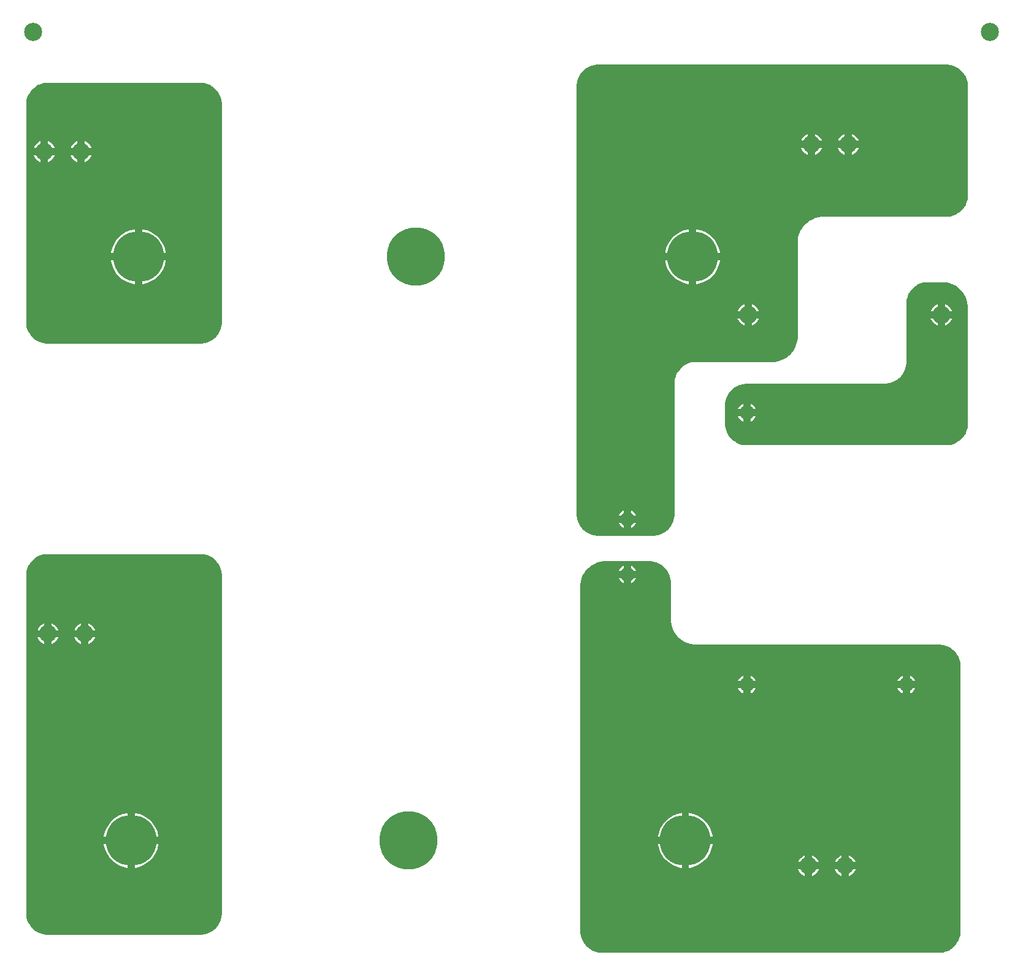
<source format=gtl>
G04 Layer_Physical_Order=1*
G04 Layer_Color=255*
%FSLAX44Y44*%
%MOMM*%
G71*
G01*
G75*
%ADD10C,2.0000*%
%ADD11C,2.0320*%
%ADD12C,2.5000*%
%ADD13C,2.4130*%
%ADD14C,7.0000*%
%ADD15C,8.0000*%
%ADD16C,1.2000*%
G36*
X870000Y790000D02*
X870000Y790000D01*
X871966Y790000D01*
X875865Y789487D01*
X879664Y788469D01*
X883297Y786964D01*
X886703Y784998D01*
X889823Y782604D01*
X892604Y779823D01*
X894998Y776703D01*
X896964Y773297D01*
X898469Y769664D01*
X899487Y765865D01*
X900000Y761966D01*
Y760000D01*
Y710000D01*
X900075Y707711D01*
X900673Y703172D01*
X901858Y698749D01*
X903609Y694520D01*
X905899Y690555D01*
X908686Y686923D01*
X911923Y683686D01*
X915555Y680899D01*
X919520Y678609D01*
X923750Y676857D01*
X928172Y675673D01*
X932711Y675075D01*
X935000Y675000D01*
X1269999Y675000D01*
X1270000Y675000D01*
X1270000Y675000D01*
X1271966Y675000D01*
X1275865Y674486D01*
X1279664Y673469D01*
X1283297Y671964D01*
X1286703Y669997D01*
X1289823Y667604D01*
X1292603Y664823D01*
X1294998Y661703D01*
X1296964Y658297D01*
X1298469Y654664D01*
X1299487Y650865D01*
X1300000Y646966D01*
X1300000Y645000D01*
X1300000Y280000D01*
X1300000Y280000D01*
X1300000Y278033D01*
X1299486Y274135D01*
X1298469Y270336D01*
X1296964Y266703D01*
X1294997Y263297D01*
X1292603Y260177D01*
X1289823Y257396D01*
X1286703Y255002D01*
X1283297Y253036D01*
X1279664Y251531D01*
X1275865Y250513D01*
X1271966Y250000D01*
X1270000Y250000D01*
X805000D01*
X805000Y250000D01*
X803034D01*
X799135Y250513D01*
X795336Y251531D01*
X791703Y253036D01*
X788297Y255002D01*
X785177Y257396D01*
X782396Y260177D01*
X780002Y263297D01*
X778036Y266703D01*
X776531Y270336D01*
X775513Y274135D01*
X775000Y278034D01*
X775000Y280000D01*
Y755000D01*
X775000Y755000D01*
X775000Y755000D01*
X775000Y757294D01*
X775599Y761843D01*
X776786Y766274D01*
X778542Y770513D01*
X780836Y774487D01*
X783629Y778127D01*
X786873Y781371D01*
X790513Y784164D01*
X794487Y786458D01*
X798726Y788214D01*
X803157Y789401D01*
X807706Y790000D01*
X810000Y790000D01*
X870000Y790000D01*
X870000Y790000D01*
D02*
G37*
G36*
X40000Y1450000D02*
X250000D01*
X250000Y1450000D01*
X250000Y1450000D01*
X251966Y1450000D01*
X255865Y1449487D01*
X259664Y1448469D01*
X263297Y1446964D01*
X266703Y1444998D01*
X269823Y1442603D01*
X272603Y1439823D01*
X274998Y1436703D01*
X276964Y1433297D01*
X278469Y1429664D01*
X279487Y1425865D01*
X280000Y1421966D01*
Y1420000D01*
X280000Y1120000D01*
X280000Y1120000D01*
X280000Y1118034D01*
X279487Y1114135D01*
X278469Y1110336D01*
X276964Y1106703D01*
X274997Y1103297D01*
X272603Y1100177D01*
X269823Y1097396D01*
X266703Y1095002D01*
X263297Y1093036D01*
X259664Y1091531D01*
X255865Y1090513D01*
X251966Y1090000D01*
X250000Y1090000D01*
X40000Y1090000D01*
X40000Y1090000D01*
X38034D01*
X34135Y1090513D01*
X30336Y1091531D01*
X26703Y1093036D01*
X23297Y1095002D01*
X20177Y1097396D01*
X17396Y1100177D01*
X15002Y1103297D01*
X13036Y1106703D01*
X11531Y1110336D01*
X10513Y1114135D01*
X10000Y1118034D01*
Y1120000D01*
X10000Y1418804D01*
X10000Y1420000D01*
X10000Y1420000D01*
X10000Y1420000D01*
X10000Y1420000D01*
X10000Y1421966D01*
X10513Y1425865D01*
X11531Y1429664D01*
X13036Y1433297D01*
X15002Y1436703D01*
X17396Y1439823D01*
X20177Y1442604D01*
X23297Y1444998D01*
X26703Y1446964D01*
X30336Y1448469D01*
X34135Y1449487D01*
X38034Y1450000D01*
X40000Y1450000D01*
D02*
G37*
G36*
X1275000Y1175000D02*
X1275000Y1175000D01*
X1277294Y1175000D01*
X1281843Y1174401D01*
X1286274Y1173214D01*
X1290513Y1171458D01*
X1294487Y1169164D01*
X1298127Y1166371D01*
X1301371Y1163127D01*
X1304164Y1159487D01*
X1306458Y1155513D01*
X1308214Y1151274D01*
X1309401Y1146843D01*
X1310000Y1142294D01*
X1310000Y1140000D01*
X1310000Y980000D01*
X1310000Y980000D01*
Y978034D01*
X1309487Y974135D01*
X1308469Y970336D01*
X1306964Y966703D01*
X1304997Y963297D01*
X1302603Y960177D01*
X1299823Y957396D01*
X1296703Y955002D01*
X1293297Y953036D01*
X1289664Y951531D01*
X1285865Y950513D01*
X1281966Y950000D01*
X1005000D01*
X1005000Y950000D01*
X1003034Y950000D01*
X999135Y950513D01*
X995336Y951531D01*
X991703Y953036D01*
X988297Y955002D01*
X985177Y957396D01*
X982396Y960177D01*
X980002Y963297D01*
X978036Y966703D01*
X976531Y970336D01*
X975513Y974135D01*
X975000Y978034D01*
Y980000D01*
X975000Y1005000D01*
X975000Y1005000D01*
X975000Y1005000D01*
X975000Y1006966D01*
X975513Y1010865D01*
X976531Y1014664D01*
X978036Y1018297D01*
X980002Y1021703D01*
X982396Y1024823D01*
X985177Y1027604D01*
X988297Y1029997D01*
X991703Y1031964D01*
X995336Y1033469D01*
X999135Y1034487D01*
X1003034Y1035000D01*
X1005000D01*
X1193799Y1035000D01*
X1195000Y1035000D01*
X1195000Y1035000D01*
X1195000Y1035000D01*
X1196962Y1035064D01*
X1200853Y1035576D01*
X1204643Y1036592D01*
X1208269Y1038094D01*
X1211667Y1040056D01*
X1214780Y1042445D01*
X1217555Y1045220D01*
X1219944Y1048333D01*
X1221906Y1051731D01*
X1223408Y1055357D01*
X1224424Y1059147D01*
X1224936Y1063038D01*
X1225000Y1065000D01*
Y1145000D01*
X1225000Y1146966D01*
X1225513Y1150865D01*
X1226531Y1154664D01*
X1228036Y1158297D01*
X1230002Y1161703D01*
X1232396Y1164823D01*
X1235177Y1167604D01*
X1238297Y1169998D01*
X1241703Y1171964D01*
X1245336Y1173469D01*
X1249135Y1174487D01*
X1253034Y1175000D01*
X1255000Y1175000D01*
X1275000Y1175000D01*
X1275000Y1175000D01*
D02*
G37*
G36*
X1280000Y1475000D02*
X1280000Y1475000D01*
X1281966Y1475000D01*
X1285865Y1474487D01*
X1289664Y1473469D01*
X1293297Y1471964D01*
X1296703Y1469998D01*
X1299823Y1467604D01*
X1302604Y1464823D01*
X1304998Y1461703D01*
X1306964Y1458297D01*
X1308469Y1454664D01*
X1309487Y1450865D01*
X1310000Y1446966D01*
X1310000Y1445000D01*
X1310000Y1295000D01*
X1310000Y1295000D01*
Y1293034D01*
X1309487Y1289135D01*
X1308469Y1285336D01*
X1306964Y1281703D01*
X1304998Y1278297D01*
X1302603Y1275177D01*
X1299823Y1272396D01*
X1296703Y1270002D01*
X1293297Y1268036D01*
X1289664Y1266531D01*
X1285865Y1265513D01*
X1281966Y1265000D01*
X1280000D01*
X1110000Y1265000D01*
X1110000Y1265000D01*
X1107711Y1264925D01*
X1103172Y1264327D01*
X1098749Y1263142D01*
X1094520Y1261390D01*
X1090555Y1259101D01*
X1086923Y1256314D01*
X1083685Y1253077D01*
X1080898Y1249445D01*
X1078609Y1245480D01*
X1076857Y1241250D01*
X1075672Y1236828D01*
X1075075Y1232289D01*
X1075000Y1230000D01*
X1075000Y1100001D01*
X1075000Y1100001D01*
X1075000Y1097707D01*
X1074401Y1093158D01*
X1073213Y1088726D01*
X1071458Y1084487D01*
X1069164Y1080514D01*
X1066371Y1076873D01*
X1063126Y1073629D01*
X1059486Y1070836D01*
X1055513Y1068542D01*
X1051274Y1066786D01*
X1046842Y1065599D01*
X1042293Y1065000D01*
X1039999Y1065000D01*
X935000D01*
X934999Y1064999D01*
X933037Y1064935D01*
X929147Y1064423D01*
X925357Y1063407D01*
X921731Y1061906D01*
X918333Y1059944D01*
X915219Y1057555D01*
X912445Y1054780D01*
X910056Y1051667D01*
X908094Y1048269D01*
X906592Y1044643D01*
X905576Y1040853D01*
X905064Y1036962D01*
X905000Y1035000D01*
X905000Y855000D01*
X904999Y854999D01*
Y853033D01*
X904486Y849134D01*
X903468Y845336D01*
X901963Y841702D01*
X899997Y838297D01*
X897603Y835177D01*
X894822Y832396D01*
X891703Y830002D01*
X888297Y828036D01*
X884664Y826531D01*
X880865Y825513D01*
X876966Y825000D01*
X875000D01*
X800000Y825000D01*
X798033Y825000D01*
X794134Y825513D01*
X790336Y826531D01*
X786702Y828036D01*
X783297Y830002D01*
X780177Y832396D01*
X777396Y835177D01*
X775002Y838297D01*
X773036Y841703D01*
X771531Y845336D01*
X770513Y849135D01*
X770000Y853034D01*
X770000Y855000D01*
X770000Y1445000D01*
X770000Y1446966D01*
X770513Y1450865D01*
X771531Y1454664D01*
X773036Y1458297D01*
X775002Y1461703D01*
X777396Y1464823D01*
X780177Y1467603D01*
X783297Y1469998D01*
X786703Y1471964D01*
X790336Y1473469D01*
X794135Y1474487D01*
X798034Y1475000D01*
X800000Y1475000D01*
X1280000Y1475000D01*
X1280000Y1475000D01*
D02*
G37*
G36*
X40000Y800000D02*
X250000Y800000D01*
X250000Y800000D01*
X250000Y800000D01*
X251966Y800000D01*
X255865Y799487D01*
X259664Y798469D01*
X263297Y796964D01*
X266703Y794998D01*
X269823Y792604D01*
X272603Y789823D01*
X274998Y786703D01*
X276964Y783297D01*
X278469Y779664D01*
X279487Y775865D01*
X280000Y771966D01*
X280000Y770000D01*
X280000Y305000D01*
X280000Y305000D01*
X280000Y303034D01*
X279487Y299135D01*
X278469Y295336D01*
X276964Y291703D01*
X274998Y288297D01*
X272603Y285177D01*
X269823Y282396D01*
X266703Y280002D01*
X263297Y278036D01*
X259664Y276531D01*
X255865Y275513D01*
X251966Y275000D01*
X250000D01*
X40000Y275000D01*
Y275000D01*
X38034Y275000D01*
X34135Y275513D01*
X30336Y276531D01*
X26703Y278036D01*
X23297Y280002D01*
X20177Y282396D01*
X17396Y285177D01*
X15002Y288297D01*
X13036Y291703D01*
X11531Y295336D01*
X10513Y299135D01*
X10000Y303034D01*
X10000Y305000D01*
Y770000D01*
X10000Y770000D01*
X10000Y770000D01*
X10000Y771966D01*
X10513Y775865D01*
X11531Y779664D01*
X13036Y783297D01*
X15002Y786703D01*
X17396Y789823D01*
X20177Y792604D01*
X23297Y794998D01*
X26703Y796964D01*
X30336Y798469D01*
X34135Y799487D01*
X38034Y800000D01*
X40000Y800000D01*
D02*
G37*
%LPC*%
G36*
X1010000Y632173D02*
Y625000D01*
X1017173D01*
X1016495Y626637D01*
X1014386Y629386D01*
X1011637Y631495D01*
X1010000Y632173D01*
D02*
G37*
G36*
X1000000Y632173D02*
X998363Y631495D01*
X995614Y629386D01*
X993505Y626637D01*
X992827Y625000D01*
X1000000D01*
Y632173D01*
D02*
G37*
G36*
X1230000Y632173D02*
Y625000D01*
X1237173D01*
X1236495Y626637D01*
X1234386Y629386D01*
X1231637Y631495D01*
X1230000Y632173D01*
D02*
G37*
G36*
X1220000Y632173D02*
X1218363Y631495D01*
X1215614Y629386D01*
X1213505Y626637D01*
X1212827Y625000D01*
X1220000D01*
Y632173D01*
D02*
G37*
G36*
X835000Y783900D02*
X833444Y783255D01*
X830728Y781172D01*
X828644Y778456D01*
X828000Y776900D01*
X835000D01*
Y783900D01*
D02*
G37*
G36*
Y766900D02*
X828000D01*
X828644Y765344D01*
X830728Y762628D01*
X833444Y760545D01*
X835000Y759900D01*
Y766900D01*
D02*
G37*
G36*
X845000Y783900D02*
Y776900D01*
X852000D01*
X851356Y778456D01*
X849272Y781172D01*
X846556Y783255D01*
X845000Y783900D01*
D02*
G37*
G36*
X852000Y766900D02*
X845000D01*
Y759900D01*
X846556Y760545D01*
X849272Y762628D01*
X851356Y765344D01*
X852000Y766900D01*
D02*
G37*
G36*
X1220000Y615000D02*
X1212827D01*
X1213505Y613363D01*
X1215614Y610614D01*
X1218363Y608505D01*
X1220000Y607827D01*
Y615000D01*
D02*
G37*
G36*
X915000Y400000D02*
X882276D01*
X882352Y399037D01*
X883748Y393221D01*
X886037Y387695D01*
X889162Y382595D01*
X893047Y378047D01*
X897595Y374162D01*
X902695Y371037D01*
X908221Y368748D01*
X914037Y367352D01*
X915000Y367276D01*
Y400000D01*
D02*
G37*
G36*
X1085000Y384226D02*
X1084207Y383986D01*
X1081590Y382587D01*
X1079296Y380704D01*
X1077413Y378410D01*
X1076014Y375793D01*
X1075774Y375000D01*
X1085000D01*
Y384226D01*
D02*
G37*
G36*
X957724Y400000D02*
X925000D01*
Y367276D01*
X925963Y367352D01*
X931779Y368748D01*
X937305Y371037D01*
X942405Y374162D01*
X946953Y378047D01*
X950838Y382595D01*
X953963Y387695D01*
X956252Y393221D01*
X957648Y399037D01*
X957724Y400000D01*
D02*
G37*
G36*
X1155026Y365000D02*
X1145800D01*
Y355774D01*
X1146593Y356014D01*
X1149210Y357413D01*
X1151504Y359296D01*
X1153387Y361590D01*
X1154786Y364207D01*
X1155026Y365000D01*
D02*
G37*
G36*
X1104226D02*
X1095000D01*
Y355774D01*
X1095793Y356014D01*
X1098410Y357413D01*
X1100704Y359296D01*
X1102587Y361590D01*
X1103986Y364207D01*
X1104226Y365000D01*
D02*
G37*
G36*
X1135800D02*
X1126574D01*
X1126814Y364207D01*
X1128213Y361590D01*
X1130096Y359296D01*
X1132390Y357413D01*
X1135007Y356014D01*
X1135800Y355774D01*
Y365000D01*
D02*
G37*
G36*
X1085000D02*
X1075774D01*
X1076014Y364207D01*
X1077413Y361590D01*
X1079296Y359296D01*
X1081590Y357413D01*
X1084207Y356014D01*
X1085000Y355774D01*
Y365000D01*
D02*
G37*
G36*
X1135800Y384226D02*
X1135007Y383986D01*
X1132390Y382587D01*
X1130096Y380704D01*
X1128213Y378410D01*
X1126814Y375793D01*
X1126574Y375000D01*
X1135800D01*
Y384226D01*
D02*
G37*
G36*
X1237173Y615000D02*
X1230000D01*
Y607827D01*
X1231637Y608505D01*
X1234386Y610614D01*
X1236495Y613363D01*
X1237173Y615000D01*
D02*
G37*
G36*
X925000Y442724D02*
Y410000D01*
X957724D01*
X957648Y410963D01*
X956252Y416779D01*
X953963Y422305D01*
X950838Y427405D01*
X946953Y431953D01*
X942405Y435838D01*
X937305Y438963D01*
X931779Y441252D01*
X925963Y442648D01*
X925000Y442724D01*
D02*
G37*
G36*
X1000000Y615000D02*
X992827D01*
X993505Y613363D01*
X995614Y610614D01*
X998363Y608505D01*
X1000000Y607827D01*
Y615000D01*
D02*
G37*
G36*
X1017173D02*
X1010000D01*
Y607827D01*
X1011637Y608505D01*
X1014386Y610614D01*
X1016495Y613363D01*
X1017173Y615000D01*
D02*
G37*
G36*
X1145800Y384226D02*
Y375000D01*
X1155026D01*
X1154786Y375793D01*
X1153387Y378410D01*
X1151504Y380704D01*
X1149210Y382587D01*
X1146593Y383986D01*
X1145800Y384226D01*
D02*
G37*
G36*
X1095000D02*
Y375000D01*
X1104226D01*
X1103986Y375793D01*
X1102587Y378410D01*
X1100704Y380704D01*
X1098410Y382587D01*
X1095793Y383986D01*
X1095000Y384226D01*
D02*
G37*
G36*
X915000Y442724D02*
X914037Y442648D01*
X908221Y441252D01*
X902695Y438963D01*
X897595Y435838D01*
X893047Y431953D01*
X889162Y427405D01*
X886037Y422305D01*
X883748Y416779D01*
X882352Y410963D01*
X882276Y410000D01*
X915000D01*
Y442724D01*
D02*
G37*
G36*
X100026Y1350000D02*
X90800D01*
Y1340774D01*
X91593Y1341014D01*
X94210Y1342413D01*
X96504Y1344296D01*
X98387Y1346590D01*
X99786Y1349207D01*
X100026Y1350000D01*
D02*
G37*
G36*
X49226D02*
X40000D01*
Y1340774D01*
X40793Y1341014D01*
X43410Y1342413D01*
X45704Y1344296D01*
X47587Y1346590D01*
X48986Y1349207D01*
X49226Y1350000D01*
D02*
G37*
G36*
X80800D02*
X71574D01*
X71814Y1349207D01*
X73213Y1346590D01*
X75096Y1344296D01*
X77390Y1342413D01*
X80007Y1341014D01*
X80800Y1340774D01*
Y1350000D01*
D02*
G37*
G36*
X170000Y1247724D02*
Y1215000D01*
X202724D01*
X202648Y1215963D01*
X201252Y1221779D01*
X198963Y1227305D01*
X195838Y1232405D01*
X191953Y1236953D01*
X187405Y1240838D01*
X182305Y1243963D01*
X176779Y1246252D01*
X170963Y1247648D01*
X170000Y1247724D01*
D02*
G37*
G36*
X30000Y1350000D02*
X20774D01*
X21014Y1349207D01*
X22413Y1346590D01*
X24296Y1344296D01*
X26590Y1342413D01*
X29207Y1341014D01*
X30000Y1340774D01*
Y1350000D01*
D02*
G37*
G36*
X90800Y1369226D02*
Y1360000D01*
X100026D01*
X99786Y1360793D01*
X98387Y1363410D01*
X96504Y1365704D01*
X94210Y1367587D01*
X91593Y1368986D01*
X90800Y1369226D01*
D02*
G37*
G36*
X30000D02*
X29207Y1368986D01*
X26590Y1367587D01*
X24296Y1365704D01*
X22413Y1363410D01*
X21014Y1360793D01*
X20774Y1360000D01*
X30000D01*
Y1369226D01*
D02*
G37*
G36*
X40000D02*
Y1360000D01*
X49226D01*
X48986Y1360793D01*
X47587Y1363410D01*
X45704Y1365704D01*
X43410Y1367587D01*
X40793Y1368986D01*
X40000Y1369226D01*
D02*
G37*
G36*
X80800D02*
X80007Y1368986D01*
X77390Y1367587D01*
X75096Y1365704D01*
X73213Y1363410D01*
X71814Y1360793D01*
X71574Y1360000D01*
X80800D01*
Y1369226D01*
D02*
G37*
G36*
X160000Y1247724D02*
X159037Y1247648D01*
X153221Y1246252D01*
X147695Y1243963D01*
X142595Y1240838D01*
X138047Y1236953D01*
X134162Y1232405D01*
X131037Y1227305D01*
X128748Y1221779D01*
X127352Y1215963D01*
X127276Y1215000D01*
X160000D01*
Y1247724D01*
D02*
G37*
G36*
X202724Y1205000D02*
X170000D01*
Y1172276D01*
X170963Y1172352D01*
X176779Y1173748D01*
X182305Y1176037D01*
X187405Y1179162D01*
X191953Y1183047D01*
X195838Y1187595D01*
X198963Y1192695D01*
X201252Y1198221D01*
X202648Y1204037D01*
X202724Y1205000D01*
D02*
G37*
G36*
X160000D02*
X127276D01*
X127352Y1204037D01*
X128748Y1198221D01*
X131037Y1192695D01*
X134162Y1187595D01*
X138047Y1183047D01*
X142595Y1179162D01*
X147695Y1176037D01*
X153221Y1173748D01*
X159037Y1172352D01*
X160000Y1172276D01*
Y1205000D01*
D02*
G37*
G36*
X1010000Y1007173D02*
Y1000000D01*
X1017173D01*
X1016495Y1001637D01*
X1014386Y1004386D01*
X1011637Y1006495D01*
X1010000Y1007173D01*
D02*
G37*
G36*
X1000000Y1007173D02*
X998363Y1006495D01*
X995614Y1004386D01*
X993505Y1001637D01*
X992827Y1000000D01*
X1000000D01*
Y1007173D01*
D02*
G37*
G36*
X1288031Y1125000D02*
X1278350D01*
Y1115319D01*
X1279310Y1115611D01*
X1282003Y1117050D01*
X1284363Y1118987D01*
X1286300Y1121347D01*
X1287739Y1124040D01*
X1288031Y1125000D01*
D02*
G37*
G36*
X1000000Y990000D02*
X992827D01*
X993505Y988363D01*
X995614Y985614D01*
X998363Y983505D01*
X1000000Y982827D01*
Y990000D01*
D02*
G37*
G36*
X1017173D02*
X1010000D01*
Y982827D01*
X1011637Y983505D01*
X1014386Y985614D01*
X1016495Y988363D01*
X1017173Y990000D01*
D02*
G37*
G36*
X1278350Y1144681D02*
Y1135000D01*
X1288031D01*
X1287739Y1135960D01*
X1286300Y1138653D01*
X1284363Y1141013D01*
X1282003Y1142950D01*
X1279310Y1144389D01*
X1278350Y1144681D01*
D02*
G37*
G36*
X1268350Y1125000D02*
X1258669D01*
X1258961Y1124040D01*
X1260400Y1121347D01*
X1262337Y1118987D01*
X1264697Y1117050D01*
X1267390Y1115611D01*
X1268350Y1115319D01*
Y1125000D01*
D02*
G37*
G36*
Y1144681D02*
X1267390Y1144389D01*
X1264697Y1142950D01*
X1262337Y1141013D01*
X1260400Y1138653D01*
X1258961Y1135960D01*
X1258669Y1135000D01*
X1268350D01*
Y1144681D01*
D02*
G37*
G36*
X852000Y843100D02*
X845000D01*
Y836100D01*
X846556Y836745D01*
X849272Y838828D01*
X851356Y841544D01*
X852000Y843100D01*
D02*
G37*
G36*
X1140000Y1360000D02*
X1130774D01*
X1131014Y1359207D01*
X1132413Y1356590D01*
X1134296Y1354296D01*
X1136590Y1352413D01*
X1139207Y1351014D01*
X1140000Y1350774D01*
Y1360000D01*
D02*
G37*
G36*
X1089200D02*
X1079974D01*
X1080214Y1359207D01*
X1081613Y1356590D01*
X1083496Y1354296D01*
X1085790Y1352413D01*
X1088407Y1351014D01*
X1089200Y1350774D01*
Y1360000D01*
D02*
G37*
G36*
X925000Y1247724D02*
X924037Y1247648D01*
X918221Y1246252D01*
X912695Y1243963D01*
X907595Y1240838D01*
X903047Y1236953D01*
X899162Y1232405D01*
X896037Y1227305D01*
X893748Y1221779D01*
X892352Y1215963D01*
X892276Y1215000D01*
X925000D01*
Y1247724D01*
D02*
G37*
G36*
X935000D02*
Y1215000D01*
X967724D01*
X967648Y1215963D01*
X966252Y1221779D01*
X963963Y1227305D01*
X960838Y1232405D01*
X956953Y1236953D01*
X952405Y1240838D01*
X947305Y1243963D01*
X941779Y1246252D01*
X935963Y1247648D01*
X935000Y1247724D01*
D02*
G37*
G36*
X1108426Y1360000D02*
X1099200D01*
Y1350774D01*
X1099993Y1351014D01*
X1102610Y1352413D01*
X1104904Y1354296D01*
X1106787Y1356590D01*
X1108186Y1359207D01*
X1108426Y1360000D01*
D02*
G37*
G36*
X1140000Y1379226D02*
X1139207Y1378986D01*
X1136590Y1377587D01*
X1134296Y1375704D01*
X1132413Y1373410D01*
X1131014Y1370793D01*
X1130774Y1370000D01*
X1140000D01*
Y1379226D01*
D02*
G37*
G36*
X1089200D02*
X1088407Y1378986D01*
X1085790Y1377587D01*
X1083496Y1375704D01*
X1081613Y1373410D01*
X1080214Y1370793D01*
X1079974Y1370000D01*
X1089200D01*
Y1379226D01*
D02*
G37*
G36*
X1099200D02*
Y1370000D01*
X1108426D01*
X1108186Y1370793D01*
X1106787Y1373410D01*
X1104904Y1375704D01*
X1102610Y1377587D01*
X1099993Y1378986D01*
X1099200Y1379226D01*
D02*
G37*
G36*
X1150000D02*
Y1370000D01*
X1159226D01*
X1158986Y1370793D01*
X1157587Y1373410D01*
X1155704Y1375704D01*
X1153410Y1377587D01*
X1150793Y1378986D01*
X1150000Y1379226D01*
D02*
G37*
G36*
X1159226Y1360000D02*
X1150000D01*
Y1350774D01*
X1150793Y1351014D01*
X1153410Y1352413D01*
X1155704Y1354296D01*
X1157587Y1356590D01*
X1158986Y1359207D01*
X1159226Y1360000D01*
D02*
G37*
G36*
X1021331Y1125000D02*
X1011650D01*
Y1115319D01*
X1012610Y1115611D01*
X1015303Y1117050D01*
X1017663Y1118987D01*
X1019600Y1121347D01*
X1021039Y1124040D01*
X1021331Y1125000D01*
D02*
G37*
G36*
X835000Y860100D02*
X833444Y859455D01*
X830728Y857372D01*
X828644Y854656D01*
X828000Y853100D01*
X835000D01*
Y860100D01*
D02*
G37*
G36*
Y843100D02*
X828000D01*
X828644Y841544D01*
X830728Y838828D01*
X833444Y836745D01*
X835000Y836100D01*
Y843100D01*
D02*
G37*
G36*
X845000Y860100D02*
Y853100D01*
X852000D01*
X851356Y854656D01*
X849272Y857372D01*
X846556Y859455D01*
X845000Y860100D01*
D02*
G37*
G36*
X1001650Y1125000D02*
X991969D01*
X992261Y1124040D01*
X993700Y1121347D01*
X995637Y1118987D01*
X997997Y1117050D01*
X1000690Y1115611D01*
X1001650Y1115319D01*
Y1125000D01*
D02*
G37*
G36*
X967724Y1205000D02*
X935000D01*
Y1172276D01*
X935963Y1172352D01*
X941779Y1173748D01*
X947305Y1176037D01*
X952405Y1179162D01*
X956953Y1183047D01*
X960838Y1187595D01*
X963963Y1192695D01*
X966252Y1198221D01*
X967648Y1204037D01*
X967724Y1205000D01*
D02*
G37*
G36*
X925000D02*
X892276D01*
X892352Y1204037D01*
X893748Y1198221D01*
X896037Y1192695D01*
X899162Y1187595D01*
X903047Y1183047D01*
X907595Y1179162D01*
X912695Y1176037D01*
X918221Y1173748D01*
X924037Y1172352D01*
X925000Y1172276D01*
Y1205000D01*
D02*
G37*
G36*
X1001650Y1144681D02*
X1000690Y1144389D01*
X997997Y1142950D01*
X995637Y1141013D01*
X993700Y1138653D01*
X992261Y1135960D01*
X991969Y1135000D01*
X1001650D01*
Y1144681D01*
D02*
G37*
G36*
X1011650Y1144681D02*
Y1135000D01*
X1021331D01*
X1021039Y1135960D01*
X1019600Y1138653D01*
X1017663Y1141013D01*
X1015303Y1142950D01*
X1012610Y1144389D01*
X1011650Y1144681D01*
D02*
G37*
G36*
X85800Y685000D02*
X76574D01*
X76814Y684207D01*
X78213Y681590D01*
X80096Y679296D01*
X82390Y677413D01*
X85007Y676014D01*
X85800Y675774D01*
Y685000D01*
D02*
G37*
G36*
X105026D02*
X95800D01*
Y675774D01*
X96593Y676014D01*
X99210Y677413D01*
X101504Y679296D01*
X103387Y681590D01*
X104786Y684207D01*
X105026Y685000D01*
D02*
G37*
G36*
X54226D02*
X45000D01*
Y675774D01*
X45793Y676014D01*
X48410Y677413D01*
X50704Y679296D01*
X52587Y681590D01*
X53986Y684207D01*
X54226Y685000D01*
D02*
G37*
G36*
X35000D02*
X25774D01*
X26014Y684207D01*
X27413Y681590D01*
X29296Y679296D01*
X31590Y677413D01*
X34207Y676014D01*
X35000Y675774D01*
Y685000D01*
D02*
G37*
G36*
X85800Y704226D02*
X85007Y703986D01*
X82390Y702587D01*
X80096Y700704D01*
X78213Y698410D01*
X76814Y695793D01*
X76574Y695000D01*
X85800D01*
Y704226D01*
D02*
G37*
G36*
X35000D02*
X34207Y703986D01*
X31590Y702587D01*
X29296Y700704D01*
X27413Y698410D01*
X26014Y695793D01*
X25774Y695000D01*
X35000D01*
Y704226D01*
D02*
G37*
G36*
X95800D02*
Y695000D01*
X105026D01*
X104786Y695793D01*
X103387Y698410D01*
X101504Y700704D01*
X99210Y702587D01*
X96593Y703986D01*
X95800Y704226D01*
D02*
G37*
G36*
X45000D02*
Y695000D01*
X54226D01*
X53986Y695793D01*
X52587Y698410D01*
X50704Y700704D01*
X48410Y702587D01*
X45793Y703986D01*
X45000Y704226D01*
D02*
G37*
G36*
X192724Y400000D02*
X160000D01*
Y367276D01*
X160963Y367352D01*
X166779Y368748D01*
X172305Y371037D01*
X177405Y374162D01*
X181953Y378047D01*
X185838Y382595D01*
X188963Y387695D01*
X191252Y393221D01*
X192648Y399037D01*
X192724Y400000D01*
D02*
G37*
G36*
X150000D02*
X117276D01*
X117352Y399037D01*
X118748Y393221D01*
X121037Y387695D01*
X124162Y382595D01*
X128047Y378047D01*
X132595Y374162D01*
X137695Y371037D01*
X143221Y368748D01*
X149037Y367352D01*
X150000Y367276D01*
Y400000D01*
D02*
G37*
G36*
X160000Y442724D02*
Y410000D01*
X192724D01*
X192648Y410963D01*
X191252Y416779D01*
X188963Y422305D01*
X185838Y427405D01*
X181953Y431953D01*
X177405Y435838D01*
X172305Y438963D01*
X166779Y441252D01*
X160963Y442648D01*
X160000Y442724D01*
D02*
G37*
G36*
X150000D02*
X149037Y442648D01*
X143221Y441252D01*
X137695Y438963D01*
X132595Y435838D01*
X128047Y431953D01*
X124162Y427405D01*
X121037Y422305D01*
X118748Y416779D01*
X117352Y410963D01*
X117276Y410000D01*
X150000D01*
Y442724D01*
D02*
G37*
%LPD*%
D10*
X840000Y848100D02*
D03*
Y771900D02*
D03*
D11*
X1005000Y620000D02*
D03*
Y995000D02*
D03*
X1225000Y620000D02*
D03*
Y995000D02*
D03*
D12*
X1273350Y1130000D02*
D03*
X1006650D02*
D03*
X20000Y1520000D02*
D03*
X1340000D02*
D03*
D13*
X1090000Y370000D02*
D03*
X1140800D02*
D03*
X40000Y690000D02*
D03*
X90800D02*
D03*
X35000Y1355000D02*
D03*
X85800D02*
D03*
X1094200Y1365000D02*
D03*
X1145000D02*
D03*
D14*
X930000Y1210000D02*
D03*
X165000D02*
D03*
X155000Y405000D02*
D03*
X920000D02*
D03*
D15*
X547500Y1210000D02*
D03*
X537500Y405000D02*
D03*
D16*
X1216000Y1455999D02*
D03*
Y1425999D02*
D03*
Y1395999D02*
D03*
Y1365999D02*
D03*
Y1335999D02*
D03*
Y1305999D02*
D03*
X1186000Y1455999D02*
D03*
Y1425999D02*
D03*
Y1395999D02*
D03*
Y1365999D02*
D03*
Y1335999D02*
D03*
Y1305999D02*
D03*
X1156000Y1455999D02*
D03*
Y1425999D02*
D03*
Y1395999D02*
D03*
Y1335999D02*
D03*
Y1305999D02*
D03*
X1126000Y1455999D02*
D03*
Y1395999D02*
D03*
Y1335999D02*
D03*
Y1305999D02*
D03*
X1096000Y1455999D02*
D03*
Y1395999D02*
D03*
Y1335999D02*
D03*
Y1305999D02*
D03*
X1066000Y1455999D02*
D03*
Y1425999D02*
D03*
Y1395999D02*
D03*
Y1365999D02*
D03*
Y1335999D02*
D03*
Y1305999D02*
D03*
Y1276000D02*
D03*
X1036000Y1455999D02*
D03*
Y1425999D02*
D03*
Y1395999D02*
D03*
Y1365999D02*
D03*
Y1335999D02*
D03*
Y1305999D02*
D03*
Y1276000D02*
D03*
Y1246000D02*
D03*
Y1216000D02*
D03*
Y1186000D02*
D03*
Y1156000D02*
D03*
Y1126000D02*
D03*
Y1096000D02*
D03*
X1006000Y1455999D02*
D03*
Y1425999D02*
D03*
Y1395999D02*
D03*
Y1365999D02*
D03*
Y1335999D02*
D03*
Y1305999D02*
D03*
Y1276000D02*
D03*
Y1246000D02*
D03*
Y1216000D02*
D03*
Y1186000D02*
D03*
Y1156000D02*
D03*
Y1096000D02*
D03*
X976000Y1455999D02*
D03*
Y1425999D02*
D03*
Y1395999D02*
D03*
Y1365999D02*
D03*
Y1335999D02*
D03*
Y1305999D02*
D03*
Y1276000D02*
D03*
Y1246000D02*
D03*
Y1216000D02*
D03*
Y1186000D02*
D03*
Y1156000D02*
D03*
Y1126000D02*
D03*
Y1096000D02*
D03*
X946000Y1305999D02*
D03*
Y1276000D02*
D03*
Y1156000D02*
D03*
Y1126000D02*
D03*
Y1096000D02*
D03*
X916000Y1305999D02*
D03*
Y1276000D02*
D03*
Y1156000D02*
D03*
Y1126000D02*
D03*
Y1096000D02*
D03*
X886000Y1305999D02*
D03*
Y1276000D02*
D03*
Y1156000D02*
D03*
Y1126000D02*
D03*
Y1096000D02*
D03*
X856000Y1305999D02*
D03*
Y1276000D02*
D03*
Y1246000D02*
D03*
Y1216000D02*
D03*
Y1186000D02*
D03*
Y1156000D02*
D03*
Y1126000D02*
D03*
Y1096000D02*
D03*
X826000Y1305999D02*
D03*
Y1276000D02*
D03*
Y1246000D02*
D03*
Y1216000D02*
D03*
Y1186000D02*
D03*
Y1156000D02*
D03*
Y1126000D02*
D03*
Y1096000D02*
D03*
X796000Y1305999D02*
D03*
Y1276000D02*
D03*
Y1246000D02*
D03*
Y1216000D02*
D03*
Y1186000D02*
D03*
Y1156000D02*
D03*
Y1126000D02*
D03*
Y1096000D02*
D03*
X1276000Y496000D02*
D03*
Y466000D02*
D03*
Y436000D02*
D03*
Y406000D02*
D03*
Y376000D02*
D03*
Y346000D02*
D03*
Y316000D02*
D03*
Y286000D02*
D03*
X1246000Y496000D02*
D03*
Y466000D02*
D03*
Y436000D02*
D03*
Y406000D02*
D03*
Y376000D02*
D03*
Y346000D02*
D03*
Y316000D02*
D03*
Y286000D02*
D03*
X1216000Y496000D02*
D03*
Y466000D02*
D03*
Y436000D02*
D03*
Y406000D02*
D03*
Y376000D02*
D03*
Y346000D02*
D03*
Y316000D02*
D03*
Y286000D02*
D03*
X1186000Y496000D02*
D03*
Y466000D02*
D03*
Y436000D02*
D03*
Y406000D02*
D03*
Y376000D02*
D03*
Y346000D02*
D03*
Y316000D02*
D03*
Y286000D02*
D03*
X1156000Y496000D02*
D03*
Y466000D02*
D03*
Y436000D02*
D03*
Y316000D02*
D03*
Y286000D02*
D03*
X1126000Y466000D02*
D03*
Y316000D02*
D03*
Y286000D02*
D03*
X1096000Y466000D02*
D03*
Y436000D02*
D03*
Y316000D02*
D03*
Y286000D02*
D03*
X1066000Y496000D02*
D03*
Y466000D02*
D03*
Y436000D02*
D03*
Y316000D02*
D03*
Y286000D02*
D03*
X1036000Y496000D02*
D03*
Y466000D02*
D03*
Y436000D02*
D03*
Y406000D02*
D03*
Y376000D02*
D03*
Y346000D02*
D03*
Y316000D02*
D03*
Y286000D02*
D03*
X1006000Y496000D02*
D03*
Y466000D02*
D03*
Y436000D02*
D03*
Y406000D02*
D03*
Y376000D02*
D03*
Y346000D02*
D03*
Y316000D02*
D03*
Y286000D02*
D03*
X976000Y496000D02*
D03*
Y466000D02*
D03*
Y436000D02*
D03*
Y406000D02*
D03*
Y376000D02*
D03*
Y346000D02*
D03*
Y316000D02*
D03*
Y286000D02*
D03*
X946000Y496000D02*
D03*
Y466000D02*
D03*
Y346000D02*
D03*
Y316000D02*
D03*
Y286000D02*
D03*
X916000Y496000D02*
D03*
Y466000D02*
D03*
Y346000D02*
D03*
Y316000D02*
D03*
Y286000D02*
D03*
X886000Y496000D02*
D03*
Y466000D02*
D03*
Y346000D02*
D03*
Y316000D02*
D03*
Y286000D02*
D03*
X856000Y496000D02*
D03*
Y466000D02*
D03*
Y436000D02*
D03*
Y406000D02*
D03*
Y376000D02*
D03*
Y346000D02*
D03*
Y316000D02*
D03*
Y286000D02*
D03*
X826000Y496000D02*
D03*
Y466000D02*
D03*
Y436000D02*
D03*
Y406000D02*
D03*
Y376000D02*
D03*
Y346000D02*
D03*
Y316000D02*
D03*
Y286000D02*
D03*
X226000Y496000D02*
D03*
Y466000D02*
D03*
Y436000D02*
D03*
Y406000D02*
D03*
Y376000D02*
D03*
Y346000D02*
D03*
Y316000D02*
D03*
X196000Y496000D02*
D03*
Y466000D02*
D03*
Y436000D02*
D03*
Y376000D02*
D03*
Y346000D02*
D03*
Y316000D02*
D03*
X166000Y496000D02*
D03*
Y466000D02*
D03*
Y346000D02*
D03*
Y316000D02*
D03*
X136000Y496000D02*
D03*
Y466000D02*
D03*
Y346000D02*
D03*
Y316000D02*
D03*
X106000Y496000D02*
D03*
Y466000D02*
D03*
Y436000D02*
D03*
Y406000D02*
D03*
Y376000D02*
D03*
Y346000D02*
D03*
Y316000D02*
D03*
X76000Y496000D02*
D03*
Y466000D02*
D03*
Y436000D02*
D03*
Y406000D02*
D03*
Y376000D02*
D03*
Y346000D02*
D03*
Y316000D02*
D03*
X256000Y766000D02*
D03*
Y736000D02*
D03*
Y706000D02*
D03*
Y676000D02*
D03*
Y646000D02*
D03*
Y616000D02*
D03*
X226000Y766000D02*
D03*
Y736000D02*
D03*
Y706000D02*
D03*
Y676000D02*
D03*
Y646000D02*
D03*
Y616000D02*
D03*
X196000Y766000D02*
D03*
Y736000D02*
D03*
Y706000D02*
D03*
Y676000D02*
D03*
Y646000D02*
D03*
Y616000D02*
D03*
X166000Y766000D02*
D03*
Y736000D02*
D03*
Y706000D02*
D03*
Y676000D02*
D03*
Y646000D02*
D03*
Y616000D02*
D03*
X136000Y766000D02*
D03*
Y736000D02*
D03*
Y706000D02*
D03*
Y676000D02*
D03*
Y646000D02*
D03*
Y616000D02*
D03*
X106000Y766000D02*
D03*
Y736000D02*
D03*
Y646000D02*
D03*
Y616000D02*
D03*
X76000Y766000D02*
D03*
Y646000D02*
D03*
Y616000D02*
D03*
X46000Y766000D02*
D03*
Y736000D02*
D03*
Y646000D02*
D03*
Y616000D02*
D03*
X250000Y1425000D02*
D03*
Y1395000D02*
D03*
Y1365000D02*
D03*
Y1335000D02*
D03*
Y1305000D02*
D03*
Y1275000D02*
D03*
Y1245000D02*
D03*
Y1215000D02*
D03*
Y1185000D02*
D03*
Y1155000D02*
D03*
Y1125000D02*
D03*
X220000Y1425000D02*
D03*
Y1395000D02*
D03*
Y1365000D02*
D03*
Y1335000D02*
D03*
Y1305000D02*
D03*
Y1275000D02*
D03*
Y1245000D02*
D03*
Y1215000D02*
D03*
Y1185000D02*
D03*
Y1155000D02*
D03*
Y1125000D02*
D03*
X190000Y1425000D02*
D03*
Y1395000D02*
D03*
Y1365000D02*
D03*
Y1335000D02*
D03*
Y1305000D02*
D03*
Y1275000D02*
D03*
Y1155000D02*
D03*
Y1125000D02*
D03*
X160000Y1425000D02*
D03*
Y1395000D02*
D03*
Y1365000D02*
D03*
Y1335000D02*
D03*
Y1305000D02*
D03*
Y1275000D02*
D03*
Y1155000D02*
D03*
Y1125000D02*
D03*
X130000Y1425000D02*
D03*
Y1395000D02*
D03*
Y1365000D02*
D03*
Y1335000D02*
D03*
Y1305000D02*
D03*
Y1275000D02*
D03*
Y1155000D02*
D03*
Y1125000D02*
D03*
X100000Y1425000D02*
D03*
Y1395000D02*
D03*
Y1305000D02*
D03*
Y1275000D02*
D03*
Y1245000D02*
D03*
Y1215000D02*
D03*
Y1185000D02*
D03*
Y1155000D02*
D03*
Y1125000D02*
D03*
X70000Y1425000D02*
D03*
Y1305000D02*
D03*
Y1275000D02*
D03*
Y1245000D02*
D03*
Y1215000D02*
D03*
Y1185000D02*
D03*
Y1155000D02*
D03*
Y1125000D02*
D03*
X40000Y1425000D02*
D03*
Y1395000D02*
D03*
Y1305000D02*
D03*
Y1275000D02*
D03*
Y1245000D02*
D03*
Y1215000D02*
D03*
Y1185000D02*
D03*
Y1155000D02*
D03*
Y1125000D02*
D03*
M02*

</source>
